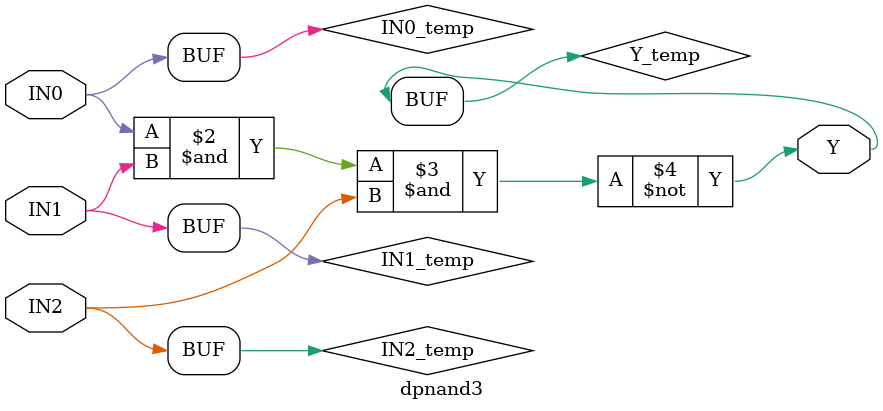
<source format=v>
module dpnand3(IN0,IN1,IN2,Y);
  parameter BIT = 0;
  parameter COLINST = "0";
  parameter GROUP = "dpath1";
  parameter
        d_IN0_r = 0,
        d_IN0_f = 0,
        d_IN1_r = 0,
        d_IN1_f = 0,
        d_IN2_r = 0,
        d_IN2_f = 0,
        d_Y_r = 1,
        d_Y_f = 1;
  input  IN0;
  input  IN1;
  input  IN2;
  output  Y;
  wire  IN0_temp;
  wire  IN1_temp;
  wire  IN2_temp;
  reg  Y_temp;
  assign #(d_IN0_r,d_IN0_f) IN0_temp = IN0;
  assign #(d_IN1_r,d_IN1_f) IN1_temp = IN1;
  assign #(d_IN2_r,d_IN2_f) IN2_temp = IN2;
  assign #(d_Y_r,d_Y_f) Y = Y_temp;
  always
    @(IN0_temp or IN1_temp or IN2_temp)
      Y_temp = ( ~ ((IN0_temp & IN1_temp) & IN2_temp));
endmodule

</source>
